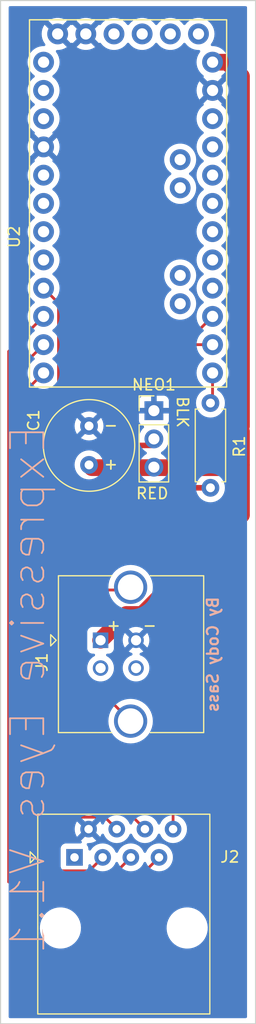
<source format=kicad_pcb>
(kicad_pcb (version 20221018) (generator pcbnew)
  (title_block (title "Black Mage Eyes") (rev "V1.1") (comment 4 "Author:Cody Sass"))
  (layers (0 "F.Cu" signal) (31 "B.Cu" signal) (34 "B.Paste" user) (35 "F.Paste" user) (36 "B.SilkS" user "B.Silkscreen") (37 "F.SilkS" user "F.Silkscreen") (38 "B.Mask" user) (39 "F.Mask" user) (44 "Edge.Cuts" user))
  (net 0 "")
  (net 1 "/GND")
  (net 4 "unconnected-(J1-Shield-Pad5)")
  (net 6 "Net-(U2-D7)")
  (net 7 "Net-(U2-D6)")
  (net 8 "Net-(NEO1-Din)")
  (net 13 "/5V")
  (net 25 "Net-(U2-D9)")
  (net 26 "Net-(U2-D8)")
  (net 31 "Net-(U2-D10)")
  (net 32 "Net-(U2-MOSI)")
  (net 33 "Net-(U2-MISO)")
  (footprint "Connector_PinHeader_2.54mm:PinHeader_1x03_P2.54mm_Vertical" (layer "F.Cu") (at 113.6 86.875)
    (fp_text reference "NEO1" (at 0 -2.33) (layer "F.SilkS"))
    (fp_text value "~")
    (fp_line (start -1.33 -1.33) (end 0 -1.33) (stroke (width 0.12)) (layer "F.SilkS"))
    (fp_line (start -1.33 0) (end -1.33 -1.33) (stroke (width 0.12)) (layer "F.SilkS"))
    (fp_line (start -1.33 1.27) (end -1.33 6.41) (stroke (width 0.12)) (layer "F.SilkS"))
    (fp_line (start -1.33 1.27) (end 1.33 1.27) (stroke (width 0.12)) (layer "F.SilkS"))
    (fp_line (start -1.33 6.41) (end 1.33 6.41) (stroke (width 0.12)) (layer "F.SilkS"))
    (fp_line (start 1.33 1.27) (end 1.33 6.41) (stroke (width 0.12)) (layer "F.SilkS"))
    (pad "1" thru_hole rect (at 0 0) (size 1.7 1.7) (drill 1) (layers "*.Cu" "*.Mask") (net 1 "/GND"))
    (pad "2" thru_hole oval (at 0 2.54) (size 1.7 1.7) (drill 1) (layers "*.Cu" "*.Mask") (net 8 "Net-(NEO1-Din)"))
    (pad "3" thru_hole oval (at 0 5.08) (size 1.7 1.7) (drill 1) (layers "*.Cu" "*.Mask") (net 13 "/5V"))
  )
  (footprint "Capacitor_THT:C_Radial_D8.0mm_H7.0mm_P3.50mm" (layer "F.Cu") (at 107.75 88.25 -90)
    (fp_text reference "C1" (at -0.5 5 90) (layer "F.SilkS") (effects (font (thickness 0.153))))
    (fp_text value "C")
    (fp_circle (center 1.75 0) (end 5.87 0) (stroke (width 0.12)) (fill none) (layer "F.SilkS"))
    (pad "1" thru_hole circle (at 0 0 270) (size 1.6 1.6) (drill 0.8) (layers "*.Cu" "*.Mask") (net 1 "/GND"))
    (pad "2" thru_hole circle (at 3.5 0 270) (size 1.6 1.6) (drill 0.8) (layers "*.Cu" "*.Mask") (net 13 "/5V"))
  )
  (footprint "customfootprints:MODULE_ARDUINO_PRO_MINI" (layer "F.Cu") (at 111.27 68.24)
    (fp_text reference "U2" (at -10.27 3.01 90) (layer "F.SilkS") (effects (font (thickness 0.153))))
    (fp_text value "ARDUINO_PRO_MINI")
    (fp_line (start -8.89 -16.51) (end -8.89 16.51) (stroke (width 0.127)) (layer "F.SilkS"))
    (fp_line (start -8.89 16.51) (end 8.89 16.51) (stroke (width 0.127)) (layer "F.SilkS"))
    (fp_line (start 8.89 -16.51) (end -8.89 -16.51) (stroke (width 0.127)) (layer "F.SilkS"))
    (fp_line (start 8.89 16.51) (end 8.89 -16.51) (stroke (width 0.127)) (layer "F.SilkS"))
    (pad "JP1_1" thru_hole circle (at 6.35 -15.24) (size 1.8796 1.8796) (drill 1.016) (layers "*.Cu" "*.Mask"))
    (pad "JP1_2" thru_hole circle (at 3.81 -15.24) (size 1.8796 1.8796) (drill 1.016) (layers "*.Cu" "*.Mask"))
    (pad "JP1_3" thru_hole circle (at 1.27 -15.24) (size 1.8796 1.8796) (drill 1.016) (layers "*.Cu" "*.Mask"))
    (pad "JP1_4" thru_hole circle (at -1.27 -15.24) (size 1.8796 1.8796) (drill 1.016) (layers "*.Cu" "*.Mask"))
    (pad "JP1_5" thru_hole circle (at -3.81 -15.24) (size 1.8796 1.8796) (drill 1.016) (layers "*.Cu" "*.Mask") (net 1 "/GND"))
    (pad "JP1_6" thru_hole circle (at -6.35 -15.24) (size 1.8796 1.8796) (drill 1.016) (layers "*.Cu" "*.Mask") (net 1 "/GND"))
    (pad "JP2_1" thru_hole circle (at 4.699 -1.397) (size 1.8796 1.8796) (drill 1.016) (layers "*.Cu" "*.Mask"))
    (pad "JP2_2" thru_hole circle (at 4.699 -3.937) (size 1.8796 1.8796) (drill 1.016) (layers "*.Cu" "*.Mask"))
    (pad "JP3_1" thru_hole circle (at 4.699 9.017) (size 1.8796 1.8796) (drill 1.016) (layers "*.Cu" "*.Mask"))
    (pad "JP3_2" thru_hole circle (at 4.699 6.477) (size 1.8796 1.8796) (drill 1.016) (layers "*.Cu" "*.Mask"))
    (pad "JP6_1" thru_hole circle (at 7.62 -12.7) (size 1.8796 1.8796) (drill 1.016) (layers "*.Cu" "*.Mask") (net 13 "/5V"))
    (pad "JP6_2" thru_hole circle (at 7.62 -10.16) (size 1.8796 1.8796) (drill 1.016) (layers "*.Cu" "*.Mask") (net 1 "/GND"))
    (pad "JP6_3" thru_hole circle (at 7.62 -7.62) (size 1.8796 1.8796) (drill 1.016) (layers "*.Cu" "*.Mask"))
    (pad "JP6_4" thru_hole circle (at 7.62 -5.08) (size 1.8796 1.8796) (drill 1.016) (layers "*.Cu" "*.Mask"))
    (pad "JP6_5" thru_hole circle (at 7.62 -2.54) (size 1.8796 1.8796) (drill 1.016) (layers "*.Cu" "*.Mask"))
    (pad "JP6_6" thru_hole circle (at 7.62 0) (size 1.8796 1.8796) (drill 1.016) (layers "*.Cu" "*.Mask"))
    (pad "JP6_7" thru_hole circle (at 7.62 2.54) (size 1.8796 1.8796) (drill 1.016) (layers "*.Cu" "*.Mask"))
    (pad "JP6_8" thru_hole circle (at 7.62 5.08) (size 1.8796 1.8796) (drill 1.016) (layers "*.Cu" "*.Mask"))
    (pad "JP6_9" thru_hole circle (at 7.62 7.62) (size 1.8796 1.8796) (drill 1.016) (layers "*.Cu" "*.Mask"))
    (pad "JP6_10" thru_hole circle (at 7.62 10.16) (size 1.8796 1.8796) (drill 1.016) (layers "*.Cu" "*.Mask") (net 33 "Net-(U2-MISO)"))
    (pad "JP6_11" thru_hole circle (at 7.62 12.7) (size 1.8796 1.8796) (drill 1.016) (layers "*.Cu" "*.Mask") (net 32 "Net-(U2-MOSI)"))
    (pad "JP6_12" thru_hole circle (at 7.62 15.24) (size 1.8796 1.8796) (drill 1.016) (layers "*.Cu" "*.Mask") (net 31 "Net-(U2-D10)"))
    (pad "JP7_1" thru_hole circle (at -7.62 15.24) (size 1.8796 1.8796) (drill 1.016) (layers "*.Cu" "*.Mask") (net 25 "Net-(U2-D9)"))
    (pad "JP7_2" thru_hole circle (at -7.62 12.7) (size 1.8796 1.8796) (drill 1.016) (layers "*.Cu" "*.Mask") (net 26 "Net-(U2-D8)"))
    (pad "JP7_3" thru_hole circle (at -7.62 10.16) (size 1.8796 1.8796) (drill 1.016) (layers "*.Cu" "*.Mask") (net 6 "Net-(U2-D7)"))
    (pad "JP7_4" thru_hole circle (at -7.62 7.62) (size 1.8796 1.8796) (drill 1.016) (layers "*.Cu" "*.Mask") (net 7 "Net-(U2-D6)"))
    (pad "JP7_5" thru_hole circle (at -7.62 5.08) (size 1.8796 1.8796) (drill 1.016) (layers "*.Cu" "*.Mask"))
    (pad "JP7_6" thru_hole circle (at -7.62 2.54) (size 1.8796 1.8796) (drill 1.016) (layers "*.Cu" "*.Mask"))
    (pad "JP7_7" thru_hole circle (at -7.62 0) (size 1.8796 1.8796) (drill 1.016) (layers "*.Cu" "*.Mask"))
    (pad "JP7_8" thru_hole circle (at -7.62 -2.54) (size 1.8796 1.8796) (drill 1.016) (layers "*.Cu" "*.Mask"))
    (pad "JP7_9" thru_hole circle (at -7.62 -5.08) (size 1.8796 1.8796) (drill 1.016) (layers "*.Cu" "*.Mask") (net 1 "/GND"))
    (pad "JP7_10" thru_hole circle (at -7.62 -7.62) (size 1.8796 1.8796) (drill 1.016) (layers "*.Cu" "*.Mask"))
    (pad "JP7_11" thru_hole circle (at -7.62 -10.16) (size 1.8796 1.8796) (drill 1.016) (layers "*.Cu" "*.Mask"))
    (pad "JP7_12" thru_hole circle (at -7.62 -12.7) (size 1.8796 1.8796) (drill 1.016) (layers "*.Cu" "*.Mask"))
  )
  (footprint "Resistor_THT:R_Axial_DIN0207_L6.3mm_D2.5mm_P7.62mm_Horizontal" (layer "F.Cu") (at 118.7 86.19 -90)
    (fp_text reference "R1" (at 3.91 -2.6 -270) (layer "F.SilkS") (effects (font (thickness 0.153))))
    (fp_text value "R")
    (fp_line (start 0.54 -1.37) (end 7.08 -1.37) (stroke (width 0.12)) (layer "F.SilkS"))
    (fp_line (start 0.54 -1.04) (end 0.54 -1.37) (stroke (width 0.12)) (layer "F.SilkS"))
    (fp_line (start 0.54 1.04) (end 0.54 1.37) (stroke (width 0.12)) (layer "F.SilkS"))
    (fp_line (start 0.54 1.37) (end 7.08 1.37) (stroke (width 0.12)) (layer "F.SilkS"))
    (fp_line (start 7.08 -1.37) (end 7.08 -1.04) (stroke (width 0.12)) (layer "F.SilkS"))
    (fp_line (start 7.08 1.37) (end 7.08 1.04) (stroke (width 0.12)) (layer "F.SilkS"))
    (pad "1" thru_hole circle (at 0 0 270) (size 1.6 1.6) (drill 0.8) (layers "*.Cu" "*.Mask") (net 31 "Net-(U2-D10)"))
    (pad "2" thru_hole oval (at 7.62 0 270) (size 1.6 1.6) (drill 0.8) (layers "*.Cu" "*.Mask") (net 8 "Net-(NEO1-Din)"))
  )
  (footprint "Connector_RJ:RJ45_Amphenol_54602-x08_Horizontal" (layer "F.Cu") (at 106.44 127.04)
    (fp_text reference "J2" (at 14.0125 -0.04) (layer "F.SilkS") (effects (font (thickness 0.153))))
    (fp_text value "RJ45")
    (fp_line (start -4 -0.5) (end -4 0.5) (stroke (width 0.12)) (layer "F.SilkS"))
    (fp_line (start -4 0.5) (end -3.5 0) (stroke (width 0.12)) (layer "F.SilkS"))
    (fp_line (start -3.5 0) (end -4 -0.5) (stroke (width 0.12)) (layer "F.SilkS"))
    (fp_line (start -3.315 -3.88) (end -3.315 14.08) (stroke (width 0.12)) (layer "F.SilkS"))
    (fp_line (start -3.315 14.08) (end 12.205 14.08) (stroke (width 0.12)) (layer "F.SilkS"))
    (fp_line (start 12.205 -3.88) (end -3.315 -3.88) (stroke (width 0.12)) (layer "F.SilkS"))
    (fp_line (start 12.205 -3.88) (end 12.205 14.08) (stroke (width 0.12)) (layer "F.SilkS"))
    (pad "" np_thru_hole circle (at -1.27 6.35) (size 3.2 3.2) (drill 3.2) (layers "*.Cu" "*.Mask"))
    (pad "" np_thru_hole circle (at 10.16 6.35) (size 3.2 3.2) (drill 3.2) (layers "*.Cu" "*.Mask"))
    (pad "1" thru_hole rect (at 0 0) (size 1.5 1.5) (drill 0.76) (layers "*.Cu" "*.Mask"))
    (pad "2" thru_hole circle (at 1.27 -2.54) (size 1.5 1.5) (drill 0.76) (layers "*.Cu" "*.Mask") (net 1 "/GND"))
    (pad "3" thru_hole circle (at 2.54 0) (size 1.5 1.5) (drill 0.76) (layers "*.Cu" "*.Mask") (net 25 "Net-(U2-D9)"))
    (pad "4" thru_hole circle (at 3.81 -2.54) (size 1.5 1.5) (drill 0.76) (layers "*.Cu" "*.Mask") (net 7 "Net-(U2-D6)"))
    (pad "5" thru_hole circle (at 5.08 0) (size 1.5 1.5) (drill 0.76) (layers "*.Cu" "*.Mask") (net 26 "Net-(U2-D8)"))
    (pad "6" thru_hole circle (at 6.35 -2.54) (size 1.5 1.5) (drill 0.76) (layers "*.Cu" "*.Mask") (net 33 "Net-(U2-MISO)"))
    (pad "7" thru_hole circle (at 7.62 0) (size 1.5 1.5) (drill 0.76) (layers "*.Cu" "*.Mask") (net 6 "Net-(U2-D7)"))
    (pad "8" thru_hole circle (at 8.89 -2.54) (size 1.5 1.5) (drill 0.76) (layers "*.Cu" "*.Mask") (net 32 "Net-(U2-MOSI)"))
  )
  (footprint "Connector_USB:USB_B_Amphenol_MUSB-D511_Vertical_Rugged" (layer "F.Cu") (at 108.79 107.52 90)
    (fp_text reference "J1" (at -1.98 -5.29 90) (layer "F.SilkS") (effects (font (thickness 0.153))))
    (fp_text value "USB_B")
    (fp_line (start -8.3 -3.8) (end 5.8 -3.8) (stroke (width 0.12)) (layer "F.SilkS"))
    (fp_line (start -8.3 1) (end -8.3 -3.8) (stroke (width 0.12)) (layer "F.SilkS"))
    (fp_line (start -8.3 9.3) (end -8.3 4.5) (stroke (width 0.12)) (layer "F.SilkS"))
    (fp_line (start -0.5 -4.5) (end 0 -4) (stroke (width 0.12)) (layer "F.SilkS"))
    (fp_line (start 0 -4) (end 0.5 -4.5) (stroke (width 0.12)) (layer "F.SilkS"))
    (fp_line (start 0.5 -4.5) (end -0.5 -4.5) (stroke (width 0.12)) (layer "F.SilkS"))
    (fp_line (start 5.8 -3.8) (end 5.8 1) (stroke (width 0.12)) (layer "F.SilkS"))
    (fp_line (start 5.8 4.5) (end 5.8 9.3) (stroke (width 0.12)) (layer "F.SilkS"))
    (fp_line (start 5.8 9.3) (end -8.3 9.3) (stroke (width 0.12)) (layer "F.SilkS"))
    (pad "1" thru_hole rect (at 0 0 90) (size 1.4 1.4) (drill 0.92) (layers "*.Cu" "*.Mask") (net 13 "/5V"))
    (pad "2" thru_hole circle (at -2.5 0 90) (size 1.4 1.4) (drill 0.92) (layers "*.Cu" "*.Mask"))
    (pad "3" thru_hole circle (at -2.5 3.2 90) (size 1.4 1.4) (drill 0.92) (layers "*.Cu" "*.Mask"))
    (pad "4" thru_hole circle (at 0 3.2 90) (size 1.4 1.4) (drill 0.92) (layers "*.Cu" "*.Mask") (net 1 "/GND"))
    (pad "5" thru_hole circle (at -7.27 2.71 90) (size 3 3) (drill 2.3) (layers "*.Cu" "*.Mask") (net 4 "unconnected-(J1-Shield-Pad5)"))
    (pad "5" thru_hole circle (at 4.77 2.71 90) (size 3 3) (drill 2.3) (layers "*.Cu" "*.Mask") (net 4 "unconnected-(J1-Shield-Pad5)"))
  )
  (gr_rect (start 99.77 50) (end 122.77 142) (stroke (width 0.1)) (fill none) (layer "Edge.Cuts"))
  (gr_text "By Cody Sass" (at 119.5 103.5 90) (layer "B.SilkS") (effects (font (size 1 1) (thickness 0.2) bold) (justify left bottom mirror)))
  (gr_text "Expressive Eyes V1.1" (at 104 88 90) (layer "B.SilkS") (effects (font (size 3 3) (thickness 0.16)) (justify left bottom mirror)))
  (gr_text "+" (at 109 92.25) (layer "F.SilkS") (effects (font (size 1 1) (thickness 0.153)) (justify left bottom)))
  (gr_text "RED" (at 111.9 94.9) (layer "F.SilkS") (effects (font (size 1 1) (thickness 0.153)) (justify left bottom)))
  (gr_text "-" (at 109 88.75) (layer "F.SilkS") (effects (font (size 1 1) (thickness 0.153)) (justify left bottom)))
  (gr_text "+" (at 109.25 106.75) (layer "F.SilkS") (effects (font (size 1 1) (thickness 0.153)) (justify left bottom)))
  (gr_text "-" (at 112.5 106.75) (layer "F.SilkS") (effects (font (size 1 1) (thickness 0.153)) (justify left bottom)))
  (gr_text "BLK" (at 115.6 85.5 -90) (layer "F.SilkS") (effects (font (size 1 1) (thickness 0.153)) (justify left bottom)))
  (segment (start 109.5 103) (end 107 105.5) (width 0.25) (layer "F.Cu") (net 4))
  (segment (start 111.5 102.75) (end 111.25 103) (width 0.25) (layer "F.Cu") (net 4))
  (segment (start 111.25 103) (end 109.5 103) (width 0.25) (layer "F.Cu") (net 4))
  (segment (start 107 110.29) (end 111.5 114.79) (width 0.25) (layer "F.Cu") (net 4))
  (segment (start 107 105.5) (end 107 110.29) (width 0.25) (layer "F.Cu") (net 4))
  (segment (start 114.06 127.04) (end 111.85 129.25) (width 0.25) (layer "F.Cu") (net 6))
  (segment (start 111.85 129.25) (end 100.5 129.25) (width 0.25) (layer "F.Cu") (net 6))
  (segment (start 100.5 129.25) (end 100.5 81.55) (width 0.25) (layer "F.Cu") (net 6))
  (segment (start 100.5 81.55) (end 103.65 78.4) (width 0.25) (layer "F.Cu") (net 6))
  (segment (start 103 87.5) (end 105 85.5) (width 0.25) (layer "F.Cu") (net 7))
  (segment (start 103.175 123.425) (end 103 123.25) (width 0.25) (layer "F.Cu") (net 7))
  (segment (start 110.25 124.5) (end 109.175 123.425) (width 0.25) (layer "F.Cu") (net 7))
  (segment (start 105 77.21) (end 103.65 75.86) (width 0.25) (layer "F.Cu") (net 7))
  (segment (start 105 85.5) (end 105 77.21) (width 0.25) (layer "F.Cu") (net 7))
  (segment (start 103 123.25) (end 103 87.5) (width 0.25) (layer "F.Cu") (net 7))
  (segment (start 109.175 123.425) (end 103.175 123.425) (width 0.25) (layer "F.Cu") (net 7))
  (segment (start 106.06 93.81) (end 118.7 93.81) (width 0.5) (layer "F.Cu") (net 8))
  (segment (start 105.5 91.25) (end 105.5 93.25) (width 0.5) (layer "F.Cu") (net 8))
  (segment (start 113.75 90) (end 106.75 90) (width 0.5) (layer "F.Cu") (net 8))
  (segment (start 106.75 90) (end 105.5 91.25) (width 0.5) (layer "F.Cu") (net 8))
  (segment (start 105.5 93.25) (end 106.06 93.81) (width 0.5) (layer "F.Cu") (net 8))
  (segment (start 108.79 107.52) (end 111.11 105.2) (width 1.5) (layer "F.Cu") (net 13))
  (segment (start 121.5 91.75) (end 121.5 88.75) (width 1.5) (layer "F.Cu") (net 13))
  (segment (start 121.5 56.820923) (end 120.219077 55.54) (width 1.5) (layer "F.Cu") (net 13))
  (segment (start 121.5 96.25) (end 121.5 91.75) (width 1.5) (layer "F.Cu") (net 13))
  (segment (start 121.25 92) (end 113.75 92) (width 1.5) (layer "F.Cu") (net 13))
  (segment (start 120.219077 55.54) (end 118.89 55.54) (width 1.5) (layer "F.Cu") (net 13))
  (segment (start 111.11 105.2) (end 112.55 105.2) (width 1.5) (layer "F.Cu") (net 13))
  (segment (start 121.5 88.25) (end 121.5 56.820923) (width 1.5) (layer "F.Cu") (net 13))
  (segment (start 112.55 105.2) (end 121.5 96.25) (width 1.5) (layer "F.Cu") (net 13))
  (segment (start 113.75 92) (end 108 92) (width 1.5) (layer "F.Cu") (net 13))
  (segment (start 107.75 91.75) (end 108 92) (width 0.25) (layer "F.Cu") (net 13))
  (segment (start 121.5 91.75) (end 121.25 92) (width 1.5) (layer "F.Cu") (net 13))
  (segment (start 102 85.13) (end 103.65 83.48) (width 0.25) (layer "F.Cu") (net 25))
  (segment (start 102 128.25) (end 102 85.13) (width 0.25) (layer "F.Cu") (net 25))
  (segment (start 108.98 127.04) (end 107.77 128.25) (width 0.25) (layer "F.Cu") (net 25))
  (segment (start 107.77 128.25) (end 102 128.25) (width 0.25) (layer "F.Cu") (net 25))
  (segment (start 103.65 80.94) (end 101.25 83.34) (width 0.25) (layer "F.Cu") (net 26))
  (segment (start 101.25 83.34) (end 101.25 128.75) (width 0.25) (layer "F.Cu") (net 26))
  (segment (start 109.81 128.75) (end 111.52 127.04) (width 0.25) (layer "F.Cu") (net 26))
  (segment (start 101.25 128.75) (end 109.81 128.75) (width 0.25) (layer "F.Cu") (net 26))
  (segment (start 118.89 83.48) (end 118.89 86) (width 0.25) (layer "F.Cu") (net 31))
  (segment (start 118.89 86) (end 118.7 86.19) (width 0.25) (layer "F.Cu") (net 31))
  (segment (start 104.5 88.75) (end 104.5 93.75) (width 0.25) (layer "F.Cu") (net 32))
  (segment (start 118.89 80.94) (end 107.06 80.94) (width 0.25) (layer "F.Cu") (net 32))
  (segment (start 115.33 118.08) (end 114.25 117) (width 0.25) (layer "F.Cu") (net 32))
  (segment (start 104.5 117) (end 104.5 93.75) (width 0.25) (layer "F.Cu") (net 32))
  (segment (start 107.06 80.94) (end 107 81) (width 0.25) (layer "F.Cu") (net 32))
  (segment (start 107 81) (end 107 86.25) (width 0.25) (layer "F.Cu") (net 32))
  (segment (start 115.33 124.5) (end 115.33 118.08) (width 0.25) (layer "F.Cu") (net 32))
  (segment (start 107 86.25) (end 104.5 88.75) (width 0.25) (layer "F.Cu") (net 32))
  (segment (start 114.25 117) (end 104.5 117) (width 0.25) (layer "F.Cu") (net 32))
  (segment (start 103.75 121) (end 103.75 88) (width 0.25) (layer "F.Cu") (net 33))
  (segment (start 106.25 85.5) (end 106.25 79.5) (width 0.25) (layer "F.Cu") (net 33))
  (segment (start 106.25 79.5) (end 117.79 79.5) (width 0.25) (layer "F.Cu") (net 33))
  (segment (start 112.79 124.5) (end 111.04 122.75) (width 0.25) (layer "F.Cu") (net 33))
  (segment (start 105.5 122.75) (end 103.75 121) (width 0.25) (layer "F.Cu") (net 33))
  (segment (start 111.04 122.75) (end 105.5 122.75) (width 0.25) (layer "F.Cu") (net 33))
  (segment (start 117.79 79.5) (end 118.89 78.4) (width 0.25) (layer "F.Cu") (net 33))
  (segment (start 103.75 88) (end 106.25 85.5) (width 0.25) (layer "F.Cu") (net 33))
  (zone (net 1) (net_name "/GND") (layer "B.Cu") (connect_pads (clearance 0.5)) (min_thickness 0.25) (fill yes (thermal_gap 0.5) (thermal_bridge_width 0.5))
    (polygon (pts (xy 100.5 50.5) (xy 122 50.5) (xy 122 141.5) (xy 100.5 141.5)))
  )
)
</source>
